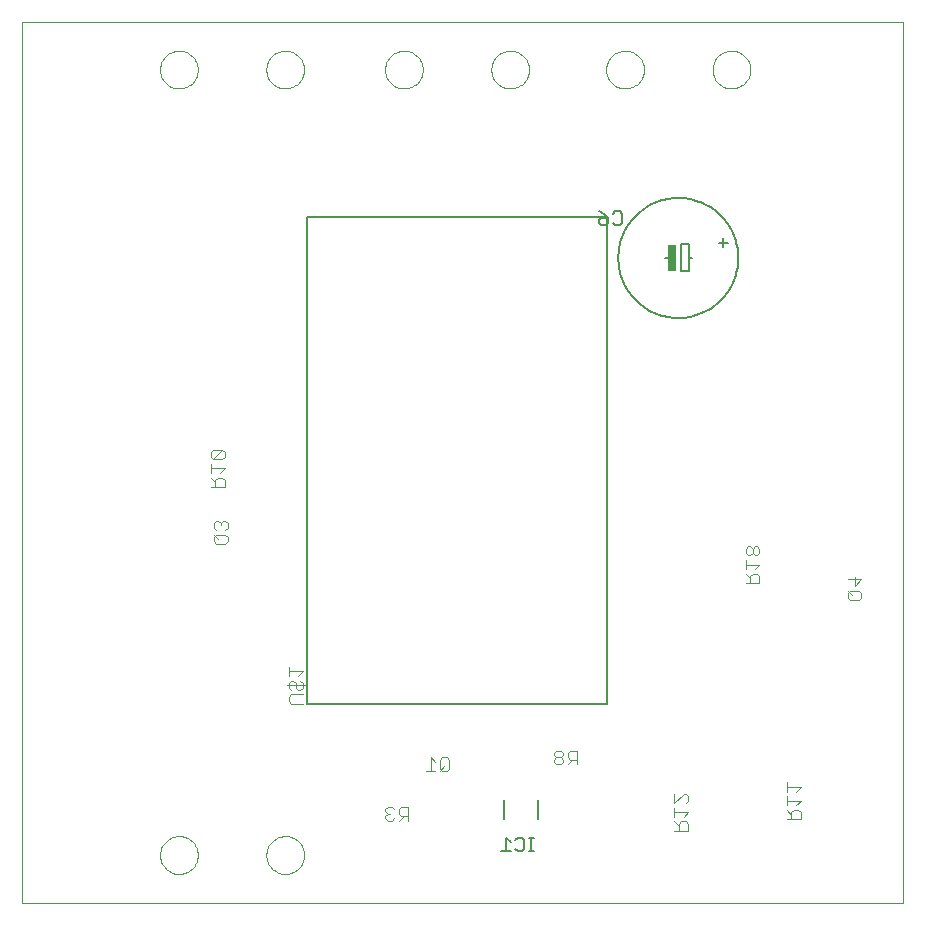
<source format=gbo>
G75*
%MOIN*%
%OFA0B0*%
%FSLAX24Y24*%
%IPPOS*%
%LPD*%
%AMOC8*
5,1,8,0,0,1.08239X$1,22.5*
%
%ADD10C,0.0000*%
%ADD11C,0.0060*%
%ADD12R,0.0250X0.0900*%
%ADD13C,0.0050*%
%ADD14C,0.0040*%
D10*
X000180Y002333D02*
X000180Y031704D01*
X029550Y031704D01*
X029550Y002333D01*
X000180Y002333D01*
X004778Y003930D02*
X004780Y003980D01*
X004786Y004030D01*
X004796Y004079D01*
X004810Y004127D01*
X004827Y004174D01*
X004848Y004219D01*
X004873Y004263D01*
X004901Y004304D01*
X004933Y004343D01*
X004967Y004380D01*
X005004Y004414D01*
X005044Y004444D01*
X005086Y004471D01*
X005130Y004495D01*
X005176Y004516D01*
X005223Y004532D01*
X005271Y004545D01*
X005321Y004554D01*
X005370Y004559D01*
X005421Y004560D01*
X005471Y004557D01*
X005520Y004550D01*
X005569Y004539D01*
X005617Y004524D01*
X005663Y004506D01*
X005708Y004484D01*
X005751Y004458D01*
X005792Y004429D01*
X005831Y004397D01*
X005867Y004362D01*
X005899Y004324D01*
X005929Y004284D01*
X005956Y004241D01*
X005979Y004197D01*
X005998Y004151D01*
X006014Y004103D01*
X006026Y004054D01*
X006034Y004005D01*
X006038Y003955D01*
X006038Y003905D01*
X006034Y003855D01*
X006026Y003806D01*
X006014Y003757D01*
X005998Y003709D01*
X005979Y003663D01*
X005956Y003619D01*
X005929Y003576D01*
X005899Y003536D01*
X005867Y003498D01*
X005831Y003463D01*
X005792Y003431D01*
X005751Y003402D01*
X005708Y003376D01*
X005663Y003354D01*
X005617Y003336D01*
X005569Y003321D01*
X005520Y003310D01*
X005471Y003303D01*
X005421Y003300D01*
X005370Y003301D01*
X005321Y003306D01*
X005271Y003315D01*
X005223Y003328D01*
X005176Y003344D01*
X005130Y003365D01*
X005086Y003389D01*
X005044Y003416D01*
X005004Y003446D01*
X004967Y003480D01*
X004933Y003517D01*
X004901Y003556D01*
X004873Y003597D01*
X004848Y003641D01*
X004827Y003686D01*
X004810Y003733D01*
X004796Y003781D01*
X004786Y003830D01*
X004780Y003880D01*
X004778Y003930D01*
X008322Y003930D02*
X008324Y003980D01*
X008330Y004030D01*
X008340Y004079D01*
X008354Y004127D01*
X008371Y004174D01*
X008392Y004219D01*
X008417Y004263D01*
X008445Y004304D01*
X008477Y004343D01*
X008511Y004380D01*
X008548Y004414D01*
X008588Y004444D01*
X008630Y004471D01*
X008674Y004495D01*
X008720Y004516D01*
X008767Y004532D01*
X008815Y004545D01*
X008865Y004554D01*
X008914Y004559D01*
X008965Y004560D01*
X009015Y004557D01*
X009064Y004550D01*
X009113Y004539D01*
X009161Y004524D01*
X009207Y004506D01*
X009252Y004484D01*
X009295Y004458D01*
X009336Y004429D01*
X009375Y004397D01*
X009411Y004362D01*
X009443Y004324D01*
X009473Y004284D01*
X009500Y004241D01*
X009523Y004197D01*
X009542Y004151D01*
X009558Y004103D01*
X009570Y004054D01*
X009578Y004005D01*
X009582Y003955D01*
X009582Y003905D01*
X009578Y003855D01*
X009570Y003806D01*
X009558Y003757D01*
X009542Y003709D01*
X009523Y003663D01*
X009500Y003619D01*
X009473Y003576D01*
X009443Y003536D01*
X009411Y003498D01*
X009375Y003463D01*
X009336Y003431D01*
X009295Y003402D01*
X009252Y003376D01*
X009207Y003354D01*
X009161Y003336D01*
X009113Y003321D01*
X009064Y003310D01*
X009015Y003303D01*
X008965Y003300D01*
X008914Y003301D01*
X008865Y003306D01*
X008815Y003315D01*
X008767Y003328D01*
X008720Y003344D01*
X008674Y003365D01*
X008630Y003389D01*
X008588Y003416D01*
X008548Y003446D01*
X008511Y003480D01*
X008477Y003517D01*
X008445Y003556D01*
X008417Y003597D01*
X008392Y003641D01*
X008371Y003686D01*
X008354Y003733D01*
X008340Y003781D01*
X008330Y003830D01*
X008324Y003880D01*
X008322Y003930D01*
X008322Y030112D02*
X008324Y030162D01*
X008330Y030212D01*
X008340Y030261D01*
X008354Y030309D01*
X008371Y030356D01*
X008392Y030401D01*
X008417Y030445D01*
X008445Y030486D01*
X008477Y030525D01*
X008511Y030562D01*
X008548Y030596D01*
X008588Y030626D01*
X008630Y030653D01*
X008674Y030677D01*
X008720Y030698D01*
X008767Y030714D01*
X008815Y030727D01*
X008865Y030736D01*
X008914Y030741D01*
X008965Y030742D01*
X009015Y030739D01*
X009064Y030732D01*
X009113Y030721D01*
X009161Y030706D01*
X009207Y030688D01*
X009252Y030666D01*
X009295Y030640D01*
X009336Y030611D01*
X009375Y030579D01*
X009411Y030544D01*
X009443Y030506D01*
X009473Y030466D01*
X009500Y030423D01*
X009523Y030379D01*
X009542Y030333D01*
X009558Y030285D01*
X009570Y030236D01*
X009578Y030187D01*
X009582Y030137D01*
X009582Y030087D01*
X009578Y030037D01*
X009570Y029988D01*
X009558Y029939D01*
X009542Y029891D01*
X009523Y029845D01*
X009500Y029801D01*
X009473Y029758D01*
X009443Y029718D01*
X009411Y029680D01*
X009375Y029645D01*
X009336Y029613D01*
X009295Y029584D01*
X009252Y029558D01*
X009207Y029536D01*
X009161Y029518D01*
X009113Y029503D01*
X009064Y029492D01*
X009015Y029485D01*
X008965Y029482D01*
X008914Y029483D01*
X008865Y029488D01*
X008815Y029497D01*
X008767Y029510D01*
X008720Y029526D01*
X008674Y029547D01*
X008630Y029571D01*
X008588Y029598D01*
X008548Y029628D01*
X008511Y029662D01*
X008477Y029699D01*
X008445Y029738D01*
X008417Y029779D01*
X008392Y029823D01*
X008371Y029868D01*
X008354Y029915D01*
X008340Y029963D01*
X008330Y030012D01*
X008324Y030062D01*
X008322Y030112D01*
X004778Y030112D02*
X004780Y030162D01*
X004786Y030212D01*
X004796Y030261D01*
X004810Y030309D01*
X004827Y030356D01*
X004848Y030401D01*
X004873Y030445D01*
X004901Y030486D01*
X004933Y030525D01*
X004967Y030562D01*
X005004Y030596D01*
X005044Y030626D01*
X005086Y030653D01*
X005130Y030677D01*
X005176Y030698D01*
X005223Y030714D01*
X005271Y030727D01*
X005321Y030736D01*
X005370Y030741D01*
X005421Y030742D01*
X005471Y030739D01*
X005520Y030732D01*
X005569Y030721D01*
X005617Y030706D01*
X005663Y030688D01*
X005708Y030666D01*
X005751Y030640D01*
X005792Y030611D01*
X005831Y030579D01*
X005867Y030544D01*
X005899Y030506D01*
X005929Y030466D01*
X005956Y030423D01*
X005979Y030379D01*
X005998Y030333D01*
X006014Y030285D01*
X006026Y030236D01*
X006034Y030187D01*
X006038Y030137D01*
X006038Y030087D01*
X006034Y030037D01*
X006026Y029988D01*
X006014Y029939D01*
X005998Y029891D01*
X005979Y029845D01*
X005956Y029801D01*
X005929Y029758D01*
X005899Y029718D01*
X005867Y029680D01*
X005831Y029645D01*
X005792Y029613D01*
X005751Y029584D01*
X005708Y029558D01*
X005663Y029536D01*
X005617Y029518D01*
X005569Y029503D01*
X005520Y029492D01*
X005471Y029485D01*
X005421Y029482D01*
X005370Y029483D01*
X005321Y029488D01*
X005271Y029497D01*
X005223Y029510D01*
X005176Y029526D01*
X005130Y029547D01*
X005086Y029571D01*
X005044Y029598D01*
X005004Y029628D01*
X004967Y029662D01*
X004933Y029699D01*
X004901Y029738D01*
X004873Y029779D01*
X004848Y029823D01*
X004827Y029868D01*
X004810Y029915D01*
X004796Y029963D01*
X004786Y030012D01*
X004780Y030062D01*
X004778Y030112D01*
X012278Y030112D02*
X012280Y030162D01*
X012286Y030212D01*
X012296Y030261D01*
X012310Y030309D01*
X012327Y030356D01*
X012348Y030401D01*
X012373Y030445D01*
X012401Y030486D01*
X012433Y030525D01*
X012467Y030562D01*
X012504Y030596D01*
X012544Y030626D01*
X012586Y030653D01*
X012630Y030677D01*
X012676Y030698D01*
X012723Y030714D01*
X012771Y030727D01*
X012821Y030736D01*
X012870Y030741D01*
X012921Y030742D01*
X012971Y030739D01*
X013020Y030732D01*
X013069Y030721D01*
X013117Y030706D01*
X013163Y030688D01*
X013208Y030666D01*
X013251Y030640D01*
X013292Y030611D01*
X013331Y030579D01*
X013367Y030544D01*
X013399Y030506D01*
X013429Y030466D01*
X013456Y030423D01*
X013479Y030379D01*
X013498Y030333D01*
X013514Y030285D01*
X013526Y030236D01*
X013534Y030187D01*
X013538Y030137D01*
X013538Y030087D01*
X013534Y030037D01*
X013526Y029988D01*
X013514Y029939D01*
X013498Y029891D01*
X013479Y029845D01*
X013456Y029801D01*
X013429Y029758D01*
X013399Y029718D01*
X013367Y029680D01*
X013331Y029645D01*
X013292Y029613D01*
X013251Y029584D01*
X013208Y029558D01*
X013163Y029536D01*
X013117Y029518D01*
X013069Y029503D01*
X013020Y029492D01*
X012971Y029485D01*
X012921Y029482D01*
X012870Y029483D01*
X012821Y029488D01*
X012771Y029497D01*
X012723Y029510D01*
X012676Y029526D01*
X012630Y029547D01*
X012586Y029571D01*
X012544Y029598D01*
X012504Y029628D01*
X012467Y029662D01*
X012433Y029699D01*
X012401Y029738D01*
X012373Y029779D01*
X012348Y029823D01*
X012327Y029868D01*
X012310Y029915D01*
X012296Y029963D01*
X012286Y030012D01*
X012280Y030062D01*
X012278Y030112D01*
X015822Y030112D02*
X015824Y030162D01*
X015830Y030212D01*
X015840Y030261D01*
X015854Y030309D01*
X015871Y030356D01*
X015892Y030401D01*
X015917Y030445D01*
X015945Y030486D01*
X015977Y030525D01*
X016011Y030562D01*
X016048Y030596D01*
X016088Y030626D01*
X016130Y030653D01*
X016174Y030677D01*
X016220Y030698D01*
X016267Y030714D01*
X016315Y030727D01*
X016365Y030736D01*
X016414Y030741D01*
X016465Y030742D01*
X016515Y030739D01*
X016564Y030732D01*
X016613Y030721D01*
X016661Y030706D01*
X016707Y030688D01*
X016752Y030666D01*
X016795Y030640D01*
X016836Y030611D01*
X016875Y030579D01*
X016911Y030544D01*
X016943Y030506D01*
X016973Y030466D01*
X017000Y030423D01*
X017023Y030379D01*
X017042Y030333D01*
X017058Y030285D01*
X017070Y030236D01*
X017078Y030187D01*
X017082Y030137D01*
X017082Y030087D01*
X017078Y030037D01*
X017070Y029988D01*
X017058Y029939D01*
X017042Y029891D01*
X017023Y029845D01*
X017000Y029801D01*
X016973Y029758D01*
X016943Y029718D01*
X016911Y029680D01*
X016875Y029645D01*
X016836Y029613D01*
X016795Y029584D01*
X016752Y029558D01*
X016707Y029536D01*
X016661Y029518D01*
X016613Y029503D01*
X016564Y029492D01*
X016515Y029485D01*
X016465Y029482D01*
X016414Y029483D01*
X016365Y029488D01*
X016315Y029497D01*
X016267Y029510D01*
X016220Y029526D01*
X016174Y029547D01*
X016130Y029571D01*
X016088Y029598D01*
X016048Y029628D01*
X016011Y029662D01*
X015977Y029699D01*
X015945Y029738D01*
X015917Y029779D01*
X015892Y029823D01*
X015871Y029868D01*
X015854Y029915D01*
X015840Y029963D01*
X015830Y030012D01*
X015824Y030062D01*
X015822Y030112D01*
X019653Y030112D02*
X019655Y030162D01*
X019661Y030212D01*
X019671Y030261D01*
X019685Y030309D01*
X019702Y030356D01*
X019723Y030401D01*
X019748Y030445D01*
X019776Y030486D01*
X019808Y030525D01*
X019842Y030562D01*
X019879Y030596D01*
X019919Y030626D01*
X019961Y030653D01*
X020005Y030677D01*
X020051Y030698D01*
X020098Y030714D01*
X020146Y030727D01*
X020196Y030736D01*
X020245Y030741D01*
X020296Y030742D01*
X020346Y030739D01*
X020395Y030732D01*
X020444Y030721D01*
X020492Y030706D01*
X020538Y030688D01*
X020583Y030666D01*
X020626Y030640D01*
X020667Y030611D01*
X020706Y030579D01*
X020742Y030544D01*
X020774Y030506D01*
X020804Y030466D01*
X020831Y030423D01*
X020854Y030379D01*
X020873Y030333D01*
X020889Y030285D01*
X020901Y030236D01*
X020909Y030187D01*
X020913Y030137D01*
X020913Y030087D01*
X020909Y030037D01*
X020901Y029988D01*
X020889Y029939D01*
X020873Y029891D01*
X020854Y029845D01*
X020831Y029801D01*
X020804Y029758D01*
X020774Y029718D01*
X020742Y029680D01*
X020706Y029645D01*
X020667Y029613D01*
X020626Y029584D01*
X020583Y029558D01*
X020538Y029536D01*
X020492Y029518D01*
X020444Y029503D01*
X020395Y029492D01*
X020346Y029485D01*
X020296Y029482D01*
X020245Y029483D01*
X020196Y029488D01*
X020146Y029497D01*
X020098Y029510D01*
X020051Y029526D01*
X020005Y029547D01*
X019961Y029571D01*
X019919Y029598D01*
X019879Y029628D01*
X019842Y029662D01*
X019808Y029699D01*
X019776Y029738D01*
X019748Y029779D01*
X019723Y029823D01*
X019702Y029868D01*
X019685Y029915D01*
X019671Y029963D01*
X019661Y030012D01*
X019655Y030062D01*
X019653Y030112D01*
X023197Y030112D02*
X023199Y030162D01*
X023205Y030212D01*
X023215Y030261D01*
X023229Y030309D01*
X023246Y030356D01*
X023267Y030401D01*
X023292Y030445D01*
X023320Y030486D01*
X023352Y030525D01*
X023386Y030562D01*
X023423Y030596D01*
X023463Y030626D01*
X023505Y030653D01*
X023549Y030677D01*
X023595Y030698D01*
X023642Y030714D01*
X023690Y030727D01*
X023740Y030736D01*
X023789Y030741D01*
X023840Y030742D01*
X023890Y030739D01*
X023939Y030732D01*
X023988Y030721D01*
X024036Y030706D01*
X024082Y030688D01*
X024127Y030666D01*
X024170Y030640D01*
X024211Y030611D01*
X024250Y030579D01*
X024286Y030544D01*
X024318Y030506D01*
X024348Y030466D01*
X024375Y030423D01*
X024398Y030379D01*
X024417Y030333D01*
X024433Y030285D01*
X024445Y030236D01*
X024453Y030187D01*
X024457Y030137D01*
X024457Y030087D01*
X024453Y030037D01*
X024445Y029988D01*
X024433Y029939D01*
X024417Y029891D01*
X024398Y029845D01*
X024375Y029801D01*
X024348Y029758D01*
X024318Y029718D01*
X024286Y029680D01*
X024250Y029645D01*
X024211Y029613D01*
X024170Y029584D01*
X024127Y029558D01*
X024082Y029536D01*
X024036Y029518D01*
X023988Y029503D01*
X023939Y029492D01*
X023890Y029485D01*
X023840Y029482D01*
X023789Y029483D01*
X023740Y029488D01*
X023690Y029497D01*
X023642Y029510D01*
X023595Y029526D01*
X023549Y029547D01*
X023505Y029571D01*
X023463Y029598D01*
X023423Y029628D01*
X023386Y029662D01*
X023352Y029699D01*
X023320Y029738D01*
X023292Y029779D01*
X023267Y029823D01*
X023246Y029868D01*
X023229Y029915D01*
X023215Y029963D01*
X023205Y030012D01*
X023199Y030062D01*
X023197Y030112D01*
D11*
X023555Y024483D02*
X023555Y024183D01*
X023405Y024333D02*
X023705Y024333D01*
X022505Y023833D02*
X022405Y023833D01*
X022405Y024283D01*
X022155Y024283D01*
X022155Y023383D01*
X022405Y023383D01*
X022405Y023833D01*
X020055Y023833D02*
X020057Y023922D01*
X020063Y024011D01*
X020073Y024100D01*
X020087Y024188D01*
X020104Y024275D01*
X020126Y024361D01*
X020152Y024447D01*
X020181Y024531D01*
X020214Y024614D01*
X020250Y024695D01*
X020291Y024775D01*
X020334Y024852D01*
X020381Y024928D01*
X020432Y025001D01*
X020485Y025072D01*
X020542Y025141D01*
X020602Y025207D01*
X020665Y025271D01*
X020730Y025331D01*
X020798Y025389D01*
X020869Y025443D01*
X020942Y025494D01*
X021017Y025542D01*
X021094Y025587D01*
X021173Y025628D01*
X021254Y025665D01*
X021336Y025699D01*
X021420Y025730D01*
X021505Y025756D01*
X021591Y025779D01*
X021678Y025797D01*
X021766Y025812D01*
X021855Y025823D01*
X021944Y025830D01*
X022033Y025833D01*
X022122Y025832D01*
X022211Y025827D01*
X022299Y025818D01*
X022388Y025805D01*
X022475Y025788D01*
X022562Y025768D01*
X022648Y025743D01*
X022732Y025715D01*
X022815Y025683D01*
X022897Y025647D01*
X022977Y025608D01*
X023055Y025565D01*
X023131Y025519D01*
X023205Y025469D01*
X023277Y025416D01*
X023346Y025360D01*
X023413Y025301D01*
X023477Y025239D01*
X023538Y025175D01*
X023597Y025107D01*
X023652Y025037D01*
X023704Y024965D01*
X023753Y024890D01*
X023798Y024814D01*
X023840Y024735D01*
X023878Y024655D01*
X023913Y024573D01*
X023944Y024489D01*
X023972Y024404D01*
X023995Y024318D01*
X024015Y024231D01*
X024031Y024144D01*
X024043Y024055D01*
X024051Y023967D01*
X024055Y023878D01*
X024055Y023788D01*
X024051Y023699D01*
X024043Y023611D01*
X024031Y023522D01*
X024015Y023435D01*
X023995Y023348D01*
X023972Y023262D01*
X023944Y023177D01*
X023913Y023093D01*
X023878Y023011D01*
X023840Y022931D01*
X023798Y022852D01*
X023753Y022776D01*
X023704Y022701D01*
X023652Y022629D01*
X023597Y022559D01*
X023538Y022491D01*
X023477Y022427D01*
X023413Y022365D01*
X023346Y022306D01*
X023277Y022250D01*
X023205Y022197D01*
X023131Y022147D01*
X023055Y022101D01*
X022977Y022058D01*
X022897Y022019D01*
X022815Y021983D01*
X022732Y021951D01*
X022648Y021923D01*
X022562Y021898D01*
X022475Y021878D01*
X022388Y021861D01*
X022299Y021848D01*
X022211Y021839D01*
X022122Y021834D01*
X022033Y021833D01*
X021944Y021836D01*
X021855Y021843D01*
X021766Y021854D01*
X021678Y021869D01*
X021591Y021887D01*
X021505Y021910D01*
X021420Y021936D01*
X021336Y021967D01*
X021254Y022001D01*
X021173Y022038D01*
X021094Y022079D01*
X021017Y022124D01*
X020942Y022172D01*
X020869Y022223D01*
X020798Y022277D01*
X020730Y022335D01*
X020665Y022395D01*
X020602Y022459D01*
X020542Y022525D01*
X020485Y022594D01*
X020432Y022665D01*
X020381Y022738D01*
X020334Y022814D01*
X020291Y022891D01*
X020250Y022971D01*
X020214Y023052D01*
X020181Y023135D01*
X020152Y023219D01*
X020126Y023305D01*
X020104Y023391D01*
X020087Y023478D01*
X020073Y023566D01*
X020063Y023655D01*
X020057Y023744D01*
X020055Y023833D01*
X021605Y023833D02*
X021805Y023833D01*
X017364Y005768D02*
X017364Y005148D01*
X016246Y005148D02*
X016246Y005768D01*
D12*
X021830Y023833D03*
D13*
X020180Y025013D02*
X020105Y024938D01*
X019955Y024938D01*
X019880Y025013D01*
X019720Y025013D02*
X019645Y024938D01*
X019494Y024938D01*
X019419Y025013D01*
X019419Y025088D01*
X019494Y025163D01*
X019720Y025163D01*
X019720Y025013D01*
X019720Y025163D02*
X019569Y025313D01*
X019419Y025388D01*
X019680Y025208D02*
X019680Y008958D01*
X009680Y008958D01*
X009680Y025208D01*
X019680Y025208D01*
X019880Y025313D02*
X019955Y025388D01*
X020105Y025388D01*
X020180Y025313D01*
X020180Y025013D01*
X017230Y004508D02*
X017080Y004508D01*
X017155Y004508D02*
X017155Y004058D01*
X017230Y004058D02*
X017080Y004058D01*
X016923Y004133D02*
X016848Y004058D01*
X016698Y004058D01*
X016623Y004133D01*
X016463Y004058D02*
X016162Y004058D01*
X016313Y004058D02*
X016313Y004508D01*
X016463Y004358D01*
X016623Y004433D02*
X016698Y004508D01*
X016848Y004508D01*
X016923Y004433D01*
X016923Y004133D01*
D14*
X017990Y006953D02*
X017913Y007030D01*
X017913Y007107D01*
X017990Y007183D01*
X018144Y007183D01*
X018220Y007260D01*
X018220Y007337D01*
X018144Y007413D01*
X017990Y007413D01*
X017913Y007337D01*
X017913Y007260D01*
X017990Y007183D01*
X018144Y007183D02*
X018220Y007107D01*
X018220Y007030D01*
X018144Y006953D01*
X017990Y006953D01*
X018374Y006953D02*
X018527Y007107D01*
X018451Y007107D02*
X018681Y007107D01*
X018681Y006953D02*
X018681Y007413D01*
X018451Y007413D01*
X018374Y007337D01*
X018374Y007183D01*
X018451Y007107D01*
X021925Y005975D02*
X021925Y005668D01*
X022232Y005975D01*
X022309Y005975D01*
X022385Y005898D01*
X022385Y005744D01*
X022309Y005668D01*
X022385Y005361D02*
X021925Y005361D01*
X021925Y005514D02*
X021925Y005207D01*
X021925Y005054D02*
X022078Y004900D01*
X022078Y004977D02*
X022078Y004747D01*
X021925Y004747D02*
X022385Y004747D01*
X022385Y004977D01*
X022309Y005054D01*
X022155Y005054D01*
X022078Y004977D01*
X022232Y005207D02*
X022385Y005361D01*
X025675Y005429D02*
X025828Y005275D01*
X025828Y005352D02*
X025828Y005122D01*
X025675Y005122D02*
X026135Y005122D01*
X026135Y005352D01*
X026059Y005429D01*
X025905Y005429D01*
X025828Y005352D01*
X025675Y005582D02*
X025675Y005889D01*
X025675Y005736D02*
X026135Y005736D01*
X025982Y005582D01*
X025982Y006043D02*
X026135Y006196D01*
X025675Y006196D01*
X025675Y006043D02*
X025675Y006350D01*
X027777Y012432D02*
X027700Y012509D01*
X027700Y012662D01*
X027777Y012739D01*
X028084Y012739D01*
X028160Y012662D01*
X028160Y012509D01*
X028084Y012432D01*
X027777Y012432D01*
X027853Y012586D02*
X027700Y012739D01*
X027930Y012893D02*
X027930Y013200D01*
X027700Y013123D02*
X028160Y013123D01*
X027930Y012893D01*
X024760Y012997D02*
X024760Y013227D01*
X024684Y013304D01*
X024530Y013304D01*
X024453Y013227D01*
X024453Y012997D01*
X024300Y012997D02*
X024760Y012997D01*
X024453Y013150D02*
X024300Y013304D01*
X024300Y013457D02*
X024300Y013764D01*
X024300Y013611D02*
X024760Y013611D01*
X024607Y013457D01*
X024607Y013918D02*
X024684Y013918D01*
X024760Y013994D01*
X024760Y014148D01*
X024684Y014225D01*
X024607Y014225D01*
X024530Y014148D01*
X024530Y013994D01*
X024607Y013918D01*
X024530Y013994D02*
X024453Y013918D01*
X024377Y013918D01*
X024300Y013994D01*
X024300Y014148D01*
X024377Y014225D01*
X024453Y014225D01*
X024530Y014148D01*
X014410Y007112D02*
X014410Y006805D01*
X014333Y006728D01*
X014180Y006728D01*
X014103Y006805D01*
X014103Y007112D01*
X014180Y007188D01*
X014333Y007188D01*
X014410Y007112D01*
X014257Y006882D02*
X014103Y006728D01*
X013950Y006728D02*
X013643Y006728D01*
X013796Y006728D02*
X013796Y007188D01*
X013950Y007035D01*
X013056Y005538D02*
X012826Y005538D01*
X012749Y005462D01*
X012749Y005308D01*
X012826Y005232D01*
X013056Y005232D01*
X012902Y005232D02*
X012749Y005078D01*
X012595Y005155D02*
X012519Y005078D01*
X012365Y005078D01*
X012288Y005155D01*
X012288Y005232D01*
X012365Y005308D01*
X012442Y005308D01*
X012365Y005308D02*
X012288Y005385D01*
X012288Y005462D01*
X012365Y005538D01*
X012519Y005538D01*
X012595Y005462D01*
X013056Y005538D02*
X013056Y005078D01*
X009535Y008978D02*
X009152Y008978D01*
X009075Y009055D01*
X009075Y009208D01*
X009152Y009285D01*
X009535Y009285D01*
X009459Y009438D02*
X009535Y009515D01*
X009535Y009669D01*
X009459Y009745D01*
X009305Y009669D02*
X009305Y009515D01*
X009382Y009438D01*
X009459Y009438D01*
X009612Y009592D02*
X008998Y009592D01*
X009075Y009515D02*
X009075Y009669D01*
X009152Y009745D01*
X009228Y009745D01*
X009305Y009669D01*
X009382Y009899D02*
X009535Y010052D01*
X009075Y010052D01*
X009075Y009899D02*
X009075Y010206D01*
X009075Y009515D02*
X009152Y009438D01*
X006959Y014307D02*
X006652Y014307D01*
X006575Y014384D01*
X006575Y014537D01*
X006652Y014614D01*
X006959Y014614D01*
X007035Y014537D01*
X007035Y014384D01*
X006959Y014307D01*
X006728Y014461D02*
X006575Y014614D01*
X006652Y014768D02*
X006575Y014844D01*
X006575Y014998D01*
X006652Y015075D01*
X006728Y015075D01*
X006805Y014998D01*
X006805Y014921D01*
X006805Y014998D02*
X006882Y015075D01*
X006959Y015075D01*
X007035Y014998D01*
X007035Y014844D01*
X006959Y014768D01*
X006935Y016203D02*
X006475Y016203D01*
X006628Y016203D02*
X006628Y016433D01*
X006705Y016510D01*
X006859Y016510D01*
X006935Y016433D01*
X006935Y016203D01*
X006628Y016357D02*
X006475Y016510D01*
X006475Y016663D02*
X006475Y016970D01*
X006475Y016817D02*
X006935Y016817D01*
X006782Y016663D01*
X006859Y017124D02*
X006552Y017124D01*
X006859Y017431D01*
X006552Y017431D01*
X006475Y017354D01*
X006475Y017201D01*
X006552Y017124D01*
X006859Y017124D02*
X006935Y017201D01*
X006935Y017354D01*
X006859Y017431D01*
M02*

</source>
